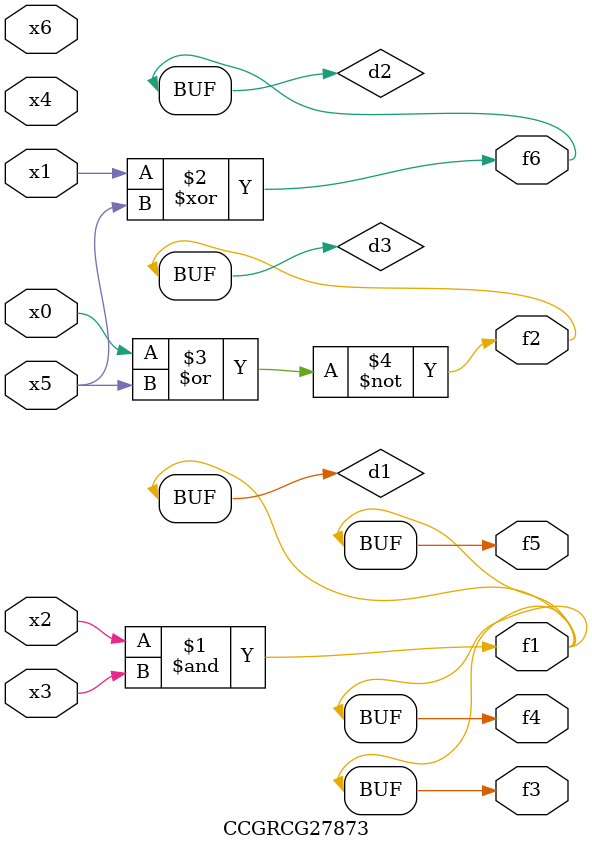
<source format=v>
module CCGRCG27873(
	input x0, x1, x2, x3, x4, x5, x6,
	output f1, f2, f3, f4, f5, f6
);

	wire d1, d2, d3;

	and (d1, x2, x3);
	xor (d2, x1, x5);
	nor (d3, x0, x5);
	assign f1 = d1;
	assign f2 = d3;
	assign f3 = d1;
	assign f4 = d1;
	assign f5 = d1;
	assign f6 = d2;
endmodule

</source>
